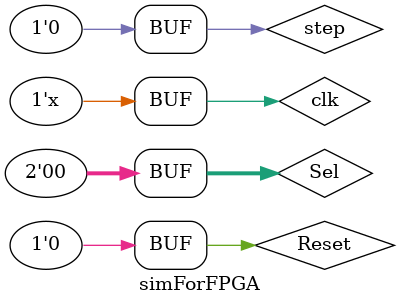
<source format=v>
`timescale 1ns / 1ps


module simForFPGA;
    reg clk;
    reg step;
    reg Reset;
    reg [1:0] Sel;
    wire [6:0] atog;
    wire [3:0] enlight;
        
    initial begin
        clk = 0;
        step = 0;
        Reset = 1;
        Sel = 2'b00;
        #5
        Reset = 0;
    end
       
    always #10 begin
        clk = ~clk;
    end
    

    top t(clk, step, Reset, Sel, atog, enlight);
    
endmodule

</source>
